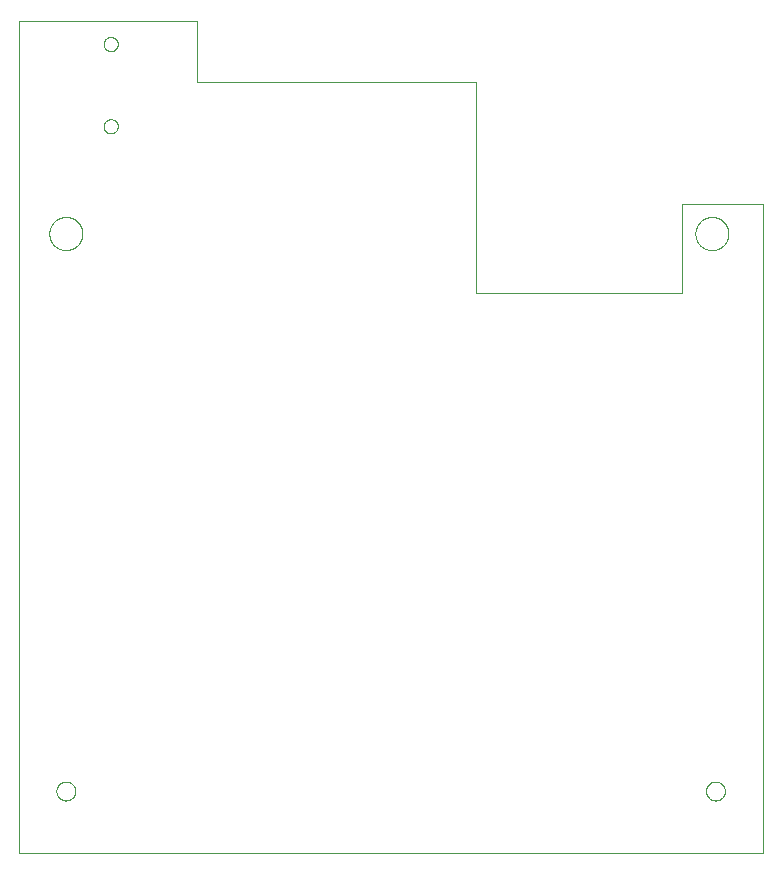
<source format=gko>
G75*
%MOIN*%
%OFA0B0*%
%FSLAX25Y25*%
%IPPOS*%
%LPD*%
%AMOC8*
5,1,8,0,0,1.08239X$1,22.5*
%
%ADD10C,0.00000*%
D10*
X0001000Y0001000D02*
X0001000Y0278402D01*
X0060557Y0278402D01*
X0060557Y0258096D01*
X0153559Y0258096D01*
X0153559Y0187850D01*
X0222270Y0187850D01*
X0222270Y0217250D01*
X0249031Y0217250D01*
X0249031Y0001000D01*
X0001000Y0001000D01*
X0013598Y0021709D02*
X0013600Y0021821D01*
X0013606Y0021932D01*
X0013616Y0022044D01*
X0013630Y0022155D01*
X0013647Y0022265D01*
X0013669Y0022375D01*
X0013695Y0022484D01*
X0013724Y0022592D01*
X0013757Y0022698D01*
X0013794Y0022804D01*
X0013835Y0022908D01*
X0013880Y0023011D01*
X0013928Y0023112D01*
X0013979Y0023211D01*
X0014034Y0023308D01*
X0014093Y0023403D01*
X0014154Y0023497D01*
X0014219Y0023588D01*
X0014288Y0023676D01*
X0014359Y0023762D01*
X0014433Y0023846D01*
X0014511Y0023926D01*
X0014591Y0024004D01*
X0014674Y0024080D01*
X0014759Y0024152D01*
X0014847Y0024221D01*
X0014937Y0024287D01*
X0015030Y0024349D01*
X0015125Y0024409D01*
X0015222Y0024465D01*
X0015320Y0024517D01*
X0015421Y0024566D01*
X0015523Y0024611D01*
X0015627Y0024653D01*
X0015732Y0024691D01*
X0015839Y0024725D01*
X0015946Y0024755D01*
X0016055Y0024782D01*
X0016164Y0024804D01*
X0016275Y0024823D01*
X0016385Y0024838D01*
X0016497Y0024849D01*
X0016608Y0024856D01*
X0016720Y0024859D01*
X0016832Y0024858D01*
X0016944Y0024853D01*
X0017055Y0024844D01*
X0017166Y0024831D01*
X0017277Y0024814D01*
X0017387Y0024794D01*
X0017496Y0024769D01*
X0017604Y0024741D01*
X0017711Y0024708D01*
X0017817Y0024672D01*
X0017921Y0024632D01*
X0018024Y0024589D01*
X0018126Y0024542D01*
X0018225Y0024491D01*
X0018323Y0024437D01*
X0018419Y0024379D01*
X0018513Y0024318D01*
X0018604Y0024254D01*
X0018693Y0024187D01*
X0018780Y0024116D01*
X0018864Y0024042D01*
X0018946Y0023966D01*
X0019024Y0023886D01*
X0019100Y0023804D01*
X0019173Y0023719D01*
X0019243Y0023632D01*
X0019309Y0023542D01*
X0019373Y0023450D01*
X0019433Y0023356D01*
X0019490Y0023260D01*
X0019543Y0023161D01*
X0019593Y0023061D01*
X0019639Y0022960D01*
X0019682Y0022856D01*
X0019721Y0022751D01*
X0019756Y0022645D01*
X0019787Y0022538D01*
X0019815Y0022429D01*
X0019838Y0022320D01*
X0019858Y0022210D01*
X0019874Y0022099D01*
X0019886Y0021988D01*
X0019894Y0021877D01*
X0019898Y0021765D01*
X0019898Y0021653D01*
X0019894Y0021541D01*
X0019886Y0021430D01*
X0019874Y0021319D01*
X0019858Y0021208D01*
X0019838Y0021098D01*
X0019815Y0020989D01*
X0019787Y0020880D01*
X0019756Y0020773D01*
X0019721Y0020667D01*
X0019682Y0020562D01*
X0019639Y0020458D01*
X0019593Y0020357D01*
X0019543Y0020257D01*
X0019490Y0020158D01*
X0019433Y0020062D01*
X0019373Y0019968D01*
X0019309Y0019876D01*
X0019243Y0019786D01*
X0019173Y0019699D01*
X0019100Y0019614D01*
X0019024Y0019532D01*
X0018946Y0019452D01*
X0018864Y0019376D01*
X0018780Y0019302D01*
X0018693Y0019231D01*
X0018604Y0019164D01*
X0018513Y0019100D01*
X0018419Y0019039D01*
X0018323Y0018981D01*
X0018225Y0018927D01*
X0018126Y0018876D01*
X0018024Y0018829D01*
X0017921Y0018786D01*
X0017817Y0018746D01*
X0017711Y0018710D01*
X0017604Y0018677D01*
X0017496Y0018649D01*
X0017387Y0018624D01*
X0017277Y0018604D01*
X0017166Y0018587D01*
X0017055Y0018574D01*
X0016944Y0018565D01*
X0016832Y0018560D01*
X0016720Y0018559D01*
X0016608Y0018562D01*
X0016497Y0018569D01*
X0016385Y0018580D01*
X0016275Y0018595D01*
X0016164Y0018614D01*
X0016055Y0018636D01*
X0015946Y0018663D01*
X0015839Y0018693D01*
X0015732Y0018727D01*
X0015627Y0018765D01*
X0015523Y0018807D01*
X0015421Y0018852D01*
X0015320Y0018901D01*
X0015222Y0018953D01*
X0015125Y0019009D01*
X0015030Y0019069D01*
X0014937Y0019131D01*
X0014847Y0019197D01*
X0014759Y0019266D01*
X0014674Y0019338D01*
X0014591Y0019414D01*
X0014511Y0019492D01*
X0014433Y0019572D01*
X0014359Y0019656D01*
X0014288Y0019742D01*
X0014219Y0019830D01*
X0014154Y0019921D01*
X0014093Y0020015D01*
X0014034Y0020110D01*
X0013979Y0020207D01*
X0013928Y0020306D01*
X0013880Y0020407D01*
X0013835Y0020510D01*
X0013794Y0020614D01*
X0013757Y0020720D01*
X0013724Y0020826D01*
X0013695Y0020934D01*
X0013669Y0021043D01*
X0013647Y0021153D01*
X0013630Y0021263D01*
X0013616Y0021374D01*
X0013606Y0021486D01*
X0013600Y0021597D01*
X0013598Y0021709D01*
X0011236Y0207535D02*
X0011238Y0207683D01*
X0011244Y0207831D01*
X0011254Y0207979D01*
X0011268Y0208126D01*
X0011286Y0208273D01*
X0011307Y0208419D01*
X0011333Y0208565D01*
X0011363Y0208710D01*
X0011396Y0208854D01*
X0011434Y0208997D01*
X0011475Y0209139D01*
X0011520Y0209280D01*
X0011568Y0209420D01*
X0011621Y0209559D01*
X0011677Y0209696D01*
X0011737Y0209831D01*
X0011800Y0209965D01*
X0011867Y0210097D01*
X0011938Y0210227D01*
X0012012Y0210355D01*
X0012089Y0210481D01*
X0012170Y0210605D01*
X0012254Y0210727D01*
X0012341Y0210846D01*
X0012432Y0210963D01*
X0012526Y0211078D01*
X0012622Y0211190D01*
X0012722Y0211300D01*
X0012824Y0211406D01*
X0012930Y0211510D01*
X0013038Y0211611D01*
X0013149Y0211709D01*
X0013262Y0211805D01*
X0013378Y0211897D01*
X0013496Y0211986D01*
X0013617Y0212071D01*
X0013740Y0212154D01*
X0013865Y0212233D01*
X0013992Y0212309D01*
X0014121Y0212381D01*
X0014252Y0212450D01*
X0014385Y0212515D01*
X0014520Y0212576D01*
X0014656Y0212634D01*
X0014793Y0212689D01*
X0014932Y0212739D01*
X0015073Y0212786D01*
X0015214Y0212829D01*
X0015357Y0212869D01*
X0015501Y0212904D01*
X0015645Y0212936D01*
X0015791Y0212963D01*
X0015937Y0212987D01*
X0016084Y0213007D01*
X0016231Y0213023D01*
X0016378Y0213035D01*
X0016526Y0213043D01*
X0016674Y0213047D01*
X0016822Y0213047D01*
X0016970Y0213043D01*
X0017118Y0213035D01*
X0017265Y0213023D01*
X0017412Y0213007D01*
X0017559Y0212987D01*
X0017705Y0212963D01*
X0017851Y0212936D01*
X0017995Y0212904D01*
X0018139Y0212869D01*
X0018282Y0212829D01*
X0018423Y0212786D01*
X0018564Y0212739D01*
X0018703Y0212689D01*
X0018840Y0212634D01*
X0018976Y0212576D01*
X0019111Y0212515D01*
X0019244Y0212450D01*
X0019375Y0212381D01*
X0019504Y0212309D01*
X0019631Y0212233D01*
X0019756Y0212154D01*
X0019879Y0212071D01*
X0020000Y0211986D01*
X0020118Y0211897D01*
X0020234Y0211805D01*
X0020347Y0211709D01*
X0020458Y0211611D01*
X0020566Y0211510D01*
X0020672Y0211406D01*
X0020774Y0211300D01*
X0020874Y0211190D01*
X0020970Y0211078D01*
X0021064Y0210963D01*
X0021155Y0210846D01*
X0021242Y0210727D01*
X0021326Y0210605D01*
X0021407Y0210481D01*
X0021484Y0210355D01*
X0021558Y0210227D01*
X0021629Y0210097D01*
X0021696Y0209965D01*
X0021759Y0209831D01*
X0021819Y0209696D01*
X0021875Y0209559D01*
X0021928Y0209420D01*
X0021976Y0209280D01*
X0022021Y0209139D01*
X0022062Y0208997D01*
X0022100Y0208854D01*
X0022133Y0208710D01*
X0022163Y0208565D01*
X0022189Y0208419D01*
X0022210Y0208273D01*
X0022228Y0208126D01*
X0022242Y0207979D01*
X0022252Y0207831D01*
X0022258Y0207683D01*
X0022260Y0207535D01*
X0022258Y0207387D01*
X0022252Y0207239D01*
X0022242Y0207091D01*
X0022228Y0206944D01*
X0022210Y0206797D01*
X0022189Y0206651D01*
X0022163Y0206505D01*
X0022133Y0206360D01*
X0022100Y0206216D01*
X0022062Y0206073D01*
X0022021Y0205931D01*
X0021976Y0205790D01*
X0021928Y0205650D01*
X0021875Y0205511D01*
X0021819Y0205374D01*
X0021759Y0205239D01*
X0021696Y0205105D01*
X0021629Y0204973D01*
X0021558Y0204843D01*
X0021484Y0204715D01*
X0021407Y0204589D01*
X0021326Y0204465D01*
X0021242Y0204343D01*
X0021155Y0204224D01*
X0021064Y0204107D01*
X0020970Y0203992D01*
X0020874Y0203880D01*
X0020774Y0203770D01*
X0020672Y0203664D01*
X0020566Y0203560D01*
X0020458Y0203459D01*
X0020347Y0203361D01*
X0020234Y0203265D01*
X0020118Y0203173D01*
X0020000Y0203084D01*
X0019879Y0202999D01*
X0019756Y0202916D01*
X0019631Y0202837D01*
X0019504Y0202761D01*
X0019375Y0202689D01*
X0019244Y0202620D01*
X0019111Y0202555D01*
X0018976Y0202494D01*
X0018840Y0202436D01*
X0018703Y0202381D01*
X0018564Y0202331D01*
X0018423Y0202284D01*
X0018282Y0202241D01*
X0018139Y0202201D01*
X0017995Y0202166D01*
X0017851Y0202134D01*
X0017705Y0202107D01*
X0017559Y0202083D01*
X0017412Y0202063D01*
X0017265Y0202047D01*
X0017118Y0202035D01*
X0016970Y0202027D01*
X0016822Y0202023D01*
X0016674Y0202023D01*
X0016526Y0202027D01*
X0016378Y0202035D01*
X0016231Y0202047D01*
X0016084Y0202063D01*
X0015937Y0202083D01*
X0015791Y0202107D01*
X0015645Y0202134D01*
X0015501Y0202166D01*
X0015357Y0202201D01*
X0015214Y0202241D01*
X0015073Y0202284D01*
X0014932Y0202331D01*
X0014793Y0202381D01*
X0014656Y0202436D01*
X0014520Y0202494D01*
X0014385Y0202555D01*
X0014252Y0202620D01*
X0014121Y0202689D01*
X0013992Y0202761D01*
X0013865Y0202837D01*
X0013740Y0202916D01*
X0013617Y0202999D01*
X0013496Y0203084D01*
X0013378Y0203173D01*
X0013262Y0203265D01*
X0013149Y0203361D01*
X0013038Y0203459D01*
X0012930Y0203560D01*
X0012824Y0203664D01*
X0012722Y0203770D01*
X0012622Y0203880D01*
X0012526Y0203992D01*
X0012432Y0204107D01*
X0012341Y0204224D01*
X0012254Y0204343D01*
X0012170Y0204465D01*
X0012089Y0204589D01*
X0012012Y0204715D01*
X0011938Y0204843D01*
X0011867Y0204973D01*
X0011800Y0205105D01*
X0011737Y0205239D01*
X0011677Y0205374D01*
X0011621Y0205511D01*
X0011568Y0205650D01*
X0011520Y0205790D01*
X0011475Y0205931D01*
X0011434Y0206073D01*
X0011396Y0206216D01*
X0011363Y0206360D01*
X0011333Y0206505D01*
X0011307Y0206651D01*
X0011286Y0206797D01*
X0011268Y0206944D01*
X0011254Y0207091D01*
X0011244Y0207239D01*
X0011238Y0207387D01*
X0011236Y0207535D01*
X0029347Y0243283D02*
X0029349Y0243380D01*
X0029355Y0243477D01*
X0029365Y0243573D01*
X0029379Y0243669D01*
X0029397Y0243765D01*
X0029418Y0243859D01*
X0029444Y0243953D01*
X0029473Y0244045D01*
X0029507Y0244136D01*
X0029543Y0244226D01*
X0029584Y0244314D01*
X0029628Y0244400D01*
X0029676Y0244485D01*
X0029727Y0244567D01*
X0029781Y0244648D01*
X0029839Y0244726D01*
X0029900Y0244801D01*
X0029963Y0244874D01*
X0030030Y0244945D01*
X0030100Y0245012D01*
X0030172Y0245077D01*
X0030247Y0245138D01*
X0030325Y0245197D01*
X0030404Y0245252D01*
X0030486Y0245304D01*
X0030570Y0245352D01*
X0030656Y0245397D01*
X0030744Y0245439D01*
X0030833Y0245477D01*
X0030924Y0245511D01*
X0031016Y0245541D01*
X0031109Y0245568D01*
X0031204Y0245590D01*
X0031299Y0245609D01*
X0031395Y0245624D01*
X0031491Y0245635D01*
X0031588Y0245642D01*
X0031685Y0245645D01*
X0031782Y0245644D01*
X0031879Y0245639D01*
X0031975Y0245630D01*
X0032071Y0245617D01*
X0032167Y0245600D01*
X0032262Y0245579D01*
X0032355Y0245555D01*
X0032448Y0245526D01*
X0032540Y0245494D01*
X0032630Y0245458D01*
X0032718Y0245419D01*
X0032805Y0245375D01*
X0032890Y0245329D01*
X0032973Y0245278D01*
X0033054Y0245225D01*
X0033132Y0245168D01*
X0033209Y0245108D01*
X0033282Y0245045D01*
X0033353Y0244979D01*
X0033421Y0244910D01*
X0033487Y0244838D01*
X0033549Y0244764D01*
X0033608Y0244687D01*
X0033664Y0244608D01*
X0033717Y0244526D01*
X0033767Y0244443D01*
X0033812Y0244357D01*
X0033855Y0244270D01*
X0033894Y0244181D01*
X0033929Y0244091D01*
X0033960Y0243999D01*
X0033987Y0243906D01*
X0034011Y0243812D01*
X0034031Y0243717D01*
X0034047Y0243621D01*
X0034059Y0243525D01*
X0034067Y0243428D01*
X0034071Y0243331D01*
X0034071Y0243235D01*
X0034067Y0243138D01*
X0034059Y0243041D01*
X0034047Y0242945D01*
X0034031Y0242849D01*
X0034011Y0242754D01*
X0033987Y0242660D01*
X0033960Y0242567D01*
X0033929Y0242475D01*
X0033894Y0242385D01*
X0033855Y0242296D01*
X0033812Y0242209D01*
X0033767Y0242123D01*
X0033717Y0242040D01*
X0033664Y0241958D01*
X0033608Y0241879D01*
X0033549Y0241802D01*
X0033487Y0241728D01*
X0033421Y0241656D01*
X0033353Y0241587D01*
X0033282Y0241521D01*
X0033209Y0241458D01*
X0033132Y0241398D01*
X0033054Y0241341D01*
X0032973Y0241288D01*
X0032890Y0241237D01*
X0032805Y0241191D01*
X0032718Y0241147D01*
X0032630Y0241108D01*
X0032540Y0241072D01*
X0032448Y0241040D01*
X0032355Y0241011D01*
X0032262Y0240987D01*
X0032167Y0240966D01*
X0032071Y0240949D01*
X0031975Y0240936D01*
X0031879Y0240927D01*
X0031782Y0240922D01*
X0031685Y0240921D01*
X0031588Y0240924D01*
X0031491Y0240931D01*
X0031395Y0240942D01*
X0031299Y0240957D01*
X0031204Y0240976D01*
X0031109Y0240998D01*
X0031016Y0241025D01*
X0030924Y0241055D01*
X0030833Y0241089D01*
X0030744Y0241127D01*
X0030656Y0241169D01*
X0030570Y0241214D01*
X0030486Y0241262D01*
X0030404Y0241314D01*
X0030325Y0241369D01*
X0030247Y0241428D01*
X0030172Y0241489D01*
X0030100Y0241554D01*
X0030030Y0241621D01*
X0029963Y0241692D01*
X0029900Y0241765D01*
X0029839Y0241840D01*
X0029781Y0241918D01*
X0029727Y0241999D01*
X0029676Y0242081D01*
X0029628Y0242166D01*
X0029584Y0242252D01*
X0029543Y0242340D01*
X0029507Y0242430D01*
X0029473Y0242521D01*
X0029444Y0242613D01*
X0029418Y0242707D01*
X0029397Y0242801D01*
X0029379Y0242897D01*
X0029365Y0242993D01*
X0029355Y0243089D01*
X0029349Y0243186D01*
X0029347Y0243283D01*
X0029347Y0270685D02*
X0029349Y0270782D01*
X0029355Y0270879D01*
X0029365Y0270975D01*
X0029379Y0271071D01*
X0029397Y0271167D01*
X0029418Y0271261D01*
X0029444Y0271355D01*
X0029473Y0271447D01*
X0029507Y0271538D01*
X0029543Y0271628D01*
X0029584Y0271716D01*
X0029628Y0271802D01*
X0029676Y0271887D01*
X0029727Y0271969D01*
X0029781Y0272050D01*
X0029839Y0272128D01*
X0029900Y0272203D01*
X0029963Y0272276D01*
X0030030Y0272347D01*
X0030100Y0272414D01*
X0030172Y0272479D01*
X0030247Y0272540D01*
X0030325Y0272599D01*
X0030404Y0272654D01*
X0030486Y0272706D01*
X0030570Y0272754D01*
X0030656Y0272799D01*
X0030744Y0272841D01*
X0030833Y0272879D01*
X0030924Y0272913D01*
X0031016Y0272943D01*
X0031109Y0272970D01*
X0031204Y0272992D01*
X0031299Y0273011D01*
X0031395Y0273026D01*
X0031491Y0273037D01*
X0031588Y0273044D01*
X0031685Y0273047D01*
X0031782Y0273046D01*
X0031879Y0273041D01*
X0031975Y0273032D01*
X0032071Y0273019D01*
X0032167Y0273002D01*
X0032262Y0272981D01*
X0032355Y0272957D01*
X0032448Y0272928D01*
X0032540Y0272896D01*
X0032630Y0272860D01*
X0032718Y0272821D01*
X0032805Y0272777D01*
X0032890Y0272731D01*
X0032973Y0272680D01*
X0033054Y0272627D01*
X0033132Y0272570D01*
X0033209Y0272510D01*
X0033282Y0272447D01*
X0033353Y0272381D01*
X0033421Y0272312D01*
X0033487Y0272240D01*
X0033549Y0272166D01*
X0033608Y0272089D01*
X0033664Y0272010D01*
X0033717Y0271928D01*
X0033767Y0271845D01*
X0033812Y0271759D01*
X0033855Y0271672D01*
X0033894Y0271583D01*
X0033929Y0271493D01*
X0033960Y0271401D01*
X0033987Y0271308D01*
X0034011Y0271214D01*
X0034031Y0271119D01*
X0034047Y0271023D01*
X0034059Y0270927D01*
X0034067Y0270830D01*
X0034071Y0270733D01*
X0034071Y0270637D01*
X0034067Y0270540D01*
X0034059Y0270443D01*
X0034047Y0270347D01*
X0034031Y0270251D01*
X0034011Y0270156D01*
X0033987Y0270062D01*
X0033960Y0269969D01*
X0033929Y0269877D01*
X0033894Y0269787D01*
X0033855Y0269698D01*
X0033812Y0269611D01*
X0033767Y0269525D01*
X0033717Y0269442D01*
X0033664Y0269360D01*
X0033608Y0269281D01*
X0033549Y0269204D01*
X0033487Y0269130D01*
X0033421Y0269058D01*
X0033353Y0268989D01*
X0033282Y0268923D01*
X0033209Y0268860D01*
X0033132Y0268800D01*
X0033054Y0268743D01*
X0032973Y0268690D01*
X0032890Y0268639D01*
X0032805Y0268593D01*
X0032718Y0268549D01*
X0032630Y0268510D01*
X0032540Y0268474D01*
X0032448Y0268442D01*
X0032355Y0268413D01*
X0032262Y0268389D01*
X0032167Y0268368D01*
X0032071Y0268351D01*
X0031975Y0268338D01*
X0031879Y0268329D01*
X0031782Y0268324D01*
X0031685Y0268323D01*
X0031588Y0268326D01*
X0031491Y0268333D01*
X0031395Y0268344D01*
X0031299Y0268359D01*
X0031204Y0268378D01*
X0031109Y0268400D01*
X0031016Y0268427D01*
X0030924Y0268457D01*
X0030833Y0268491D01*
X0030744Y0268529D01*
X0030656Y0268571D01*
X0030570Y0268616D01*
X0030486Y0268664D01*
X0030404Y0268716D01*
X0030325Y0268771D01*
X0030247Y0268830D01*
X0030172Y0268891D01*
X0030100Y0268956D01*
X0030030Y0269023D01*
X0029963Y0269094D01*
X0029900Y0269167D01*
X0029839Y0269242D01*
X0029781Y0269320D01*
X0029727Y0269401D01*
X0029676Y0269483D01*
X0029628Y0269568D01*
X0029584Y0269654D01*
X0029543Y0269742D01*
X0029507Y0269832D01*
X0029473Y0269923D01*
X0029444Y0270015D01*
X0029418Y0270109D01*
X0029397Y0270203D01*
X0029379Y0270299D01*
X0029365Y0270395D01*
X0029355Y0270491D01*
X0029349Y0270588D01*
X0029347Y0270685D01*
X0226590Y0207535D02*
X0226592Y0207683D01*
X0226598Y0207831D01*
X0226608Y0207979D01*
X0226622Y0208126D01*
X0226640Y0208273D01*
X0226661Y0208419D01*
X0226687Y0208565D01*
X0226717Y0208710D01*
X0226750Y0208854D01*
X0226788Y0208997D01*
X0226829Y0209139D01*
X0226874Y0209280D01*
X0226922Y0209420D01*
X0226975Y0209559D01*
X0227031Y0209696D01*
X0227091Y0209831D01*
X0227154Y0209965D01*
X0227221Y0210097D01*
X0227292Y0210227D01*
X0227366Y0210355D01*
X0227443Y0210481D01*
X0227524Y0210605D01*
X0227608Y0210727D01*
X0227695Y0210846D01*
X0227786Y0210963D01*
X0227880Y0211078D01*
X0227976Y0211190D01*
X0228076Y0211300D01*
X0228178Y0211406D01*
X0228284Y0211510D01*
X0228392Y0211611D01*
X0228503Y0211709D01*
X0228616Y0211805D01*
X0228732Y0211897D01*
X0228850Y0211986D01*
X0228971Y0212071D01*
X0229094Y0212154D01*
X0229219Y0212233D01*
X0229346Y0212309D01*
X0229475Y0212381D01*
X0229606Y0212450D01*
X0229739Y0212515D01*
X0229874Y0212576D01*
X0230010Y0212634D01*
X0230147Y0212689D01*
X0230286Y0212739D01*
X0230427Y0212786D01*
X0230568Y0212829D01*
X0230711Y0212869D01*
X0230855Y0212904D01*
X0230999Y0212936D01*
X0231145Y0212963D01*
X0231291Y0212987D01*
X0231438Y0213007D01*
X0231585Y0213023D01*
X0231732Y0213035D01*
X0231880Y0213043D01*
X0232028Y0213047D01*
X0232176Y0213047D01*
X0232324Y0213043D01*
X0232472Y0213035D01*
X0232619Y0213023D01*
X0232766Y0213007D01*
X0232913Y0212987D01*
X0233059Y0212963D01*
X0233205Y0212936D01*
X0233349Y0212904D01*
X0233493Y0212869D01*
X0233636Y0212829D01*
X0233777Y0212786D01*
X0233918Y0212739D01*
X0234057Y0212689D01*
X0234194Y0212634D01*
X0234330Y0212576D01*
X0234465Y0212515D01*
X0234598Y0212450D01*
X0234729Y0212381D01*
X0234858Y0212309D01*
X0234985Y0212233D01*
X0235110Y0212154D01*
X0235233Y0212071D01*
X0235354Y0211986D01*
X0235472Y0211897D01*
X0235588Y0211805D01*
X0235701Y0211709D01*
X0235812Y0211611D01*
X0235920Y0211510D01*
X0236026Y0211406D01*
X0236128Y0211300D01*
X0236228Y0211190D01*
X0236324Y0211078D01*
X0236418Y0210963D01*
X0236509Y0210846D01*
X0236596Y0210727D01*
X0236680Y0210605D01*
X0236761Y0210481D01*
X0236838Y0210355D01*
X0236912Y0210227D01*
X0236983Y0210097D01*
X0237050Y0209965D01*
X0237113Y0209831D01*
X0237173Y0209696D01*
X0237229Y0209559D01*
X0237282Y0209420D01*
X0237330Y0209280D01*
X0237375Y0209139D01*
X0237416Y0208997D01*
X0237454Y0208854D01*
X0237487Y0208710D01*
X0237517Y0208565D01*
X0237543Y0208419D01*
X0237564Y0208273D01*
X0237582Y0208126D01*
X0237596Y0207979D01*
X0237606Y0207831D01*
X0237612Y0207683D01*
X0237614Y0207535D01*
X0237612Y0207387D01*
X0237606Y0207239D01*
X0237596Y0207091D01*
X0237582Y0206944D01*
X0237564Y0206797D01*
X0237543Y0206651D01*
X0237517Y0206505D01*
X0237487Y0206360D01*
X0237454Y0206216D01*
X0237416Y0206073D01*
X0237375Y0205931D01*
X0237330Y0205790D01*
X0237282Y0205650D01*
X0237229Y0205511D01*
X0237173Y0205374D01*
X0237113Y0205239D01*
X0237050Y0205105D01*
X0236983Y0204973D01*
X0236912Y0204843D01*
X0236838Y0204715D01*
X0236761Y0204589D01*
X0236680Y0204465D01*
X0236596Y0204343D01*
X0236509Y0204224D01*
X0236418Y0204107D01*
X0236324Y0203992D01*
X0236228Y0203880D01*
X0236128Y0203770D01*
X0236026Y0203664D01*
X0235920Y0203560D01*
X0235812Y0203459D01*
X0235701Y0203361D01*
X0235588Y0203265D01*
X0235472Y0203173D01*
X0235354Y0203084D01*
X0235233Y0202999D01*
X0235110Y0202916D01*
X0234985Y0202837D01*
X0234858Y0202761D01*
X0234729Y0202689D01*
X0234598Y0202620D01*
X0234465Y0202555D01*
X0234330Y0202494D01*
X0234194Y0202436D01*
X0234057Y0202381D01*
X0233918Y0202331D01*
X0233777Y0202284D01*
X0233636Y0202241D01*
X0233493Y0202201D01*
X0233349Y0202166D01*
X0233205Y0202134D01*
X0233059Y0202107D01*
X0232913Y0202083D01*
X0232766Y0202063D01*
X0232619Y0202047D01*
X0232472Y0202035D01*
X0232324Y0202027D01*
X0232176Y0202023D01*
X0232028Y0202023D01*
X0231880Y0202027D01*
X0231732Y0202035D01*
X0231585Y0202047D01*
X0231438Y0202063D01*
X0231291Y0202083D01*
X0231145Y0202107D01*
X0230999Y0202134D01*
X0230855Y0202166D01*
X0230711Y0202201D01*
X0230568Y0202241D01*
X0230427Y0202284D01*
X0230286Y0202331D01*
X0230147Y0202381D01*
X0230010Y0202436D01*
X0229874Y0202494D01*
X0229739Y0202555D01*
X0229606Y0202620D01*
X0229475Y0202689D01*
X0229346Y0202761D01*
X0229219Y0202837D01*
X0229094Y0202916D01*
X0228971Y0202999D01*
X0228850Y0203084D01*
X0228732Y0203173D01*
X0228616Y0203265D01*
X0228503Y0203361D01*
X0228392Y0203459D01*
X0228284Y0203560D01*
X0228178Y0203664D01*
X0228076Y0203770D01*
X0227976Y0203880D01*
X0227880Y0203992D01*
X0227786Y0204107D01*
X0227695Y0204224D01*
X0227608Y0204343D01*
X0227524Y0204465D01*
X0227443Y0204589D01*
X0227366Y0204715D01*
X0227292Y0204843D01*
X0227221Y0204973D01*
X0227154Y0205105D01*
X0227091Y0205239D01*
X0227031Y0205374D01*
X0226975Y0205511D01*
X0226922Y0205650D01*
X0226874Y0205790D01*
X0226829Y0205931D01*
X0226788Y0206073D01*
X0226750Y0206216D01*
X0226717Y0206360D01*
X0226687Y0206505D01*
X0226661Y0206651D01*
X0226640Y0206797D01*
X0226622Y0206944D01*
X0226608Y0207091D01*
X0226598Y0207239D01*
X0226592Y0207387D01*
X0226590Y0207535D01*
X0230133Y0021709D02*
X0230135Y0021821D01*
X0230141Y0021932D01*
X0230151Y0022044D01*
X0230165Y0022155D01*
X0230182Y0022265D01*
X0230204Y0022375D01*
X0230230Y0022484D01*
X0230259Y0022592D01*
X0230292Y0022698D01*
X0230329Y0022804D01*
X0230370Y0022908D01*
X0230415Y0023011D01*
X0230463Y0023112D01*
X0230514Y0023211D01*
X0230569Y0023308D01*
X0230628Y0023403D01*
X0230689Y0023497D01*
X0230754Y0023588D01*
X0230823Y0023676D01*
X0230894Y0023762D01*
X0230968Y0023846D01*
X0231046Y0023926D01*
X0231126Y0024004D01*
X0231209Y0024080D01*
X0231294Y0024152D01*
X0231382Y0024221D01*
X0231472Y0024287D01*
X0231565Y0024349D01*
X0231660Y0024409D01*
X0231757Y0024465D01*
X0231855Y0024517D01*
X0231956Y0024566D01*
X0232058Y0024611D01*
X0232162Y0024653D01*
X0232267Y0024691D01*
X0232374Y0024725D01*
X0232481Y0024755D01*
X0232590Y0024782D01*
X0232699Y0024804D01*
X0232810Y0024823D01*
X0232920Y0024838D01*
X0233032Y0024849D01*
X0233143Y0024856D01*
X0233255Y0024859D01*
X0233367Y0024858D01*
X0233479Y0024853D01*
X0233590Y0024844D01*
X0233701Y0024831D01*
X0233812Y0024814D01*
X0233922Y0024794D01*
X0234031Y0024769D01*
X0234139Y0024741D01*
X0234246Y0024708D01*
X0234352Y0024672D01*
X0234456Y0024632D01*
X0234559Y0024589D01*
X0234661Y0024542D01*
X0234760Y0024491D01*
X0234858Y0024437D01*
X0234954Y0024379D01*
X0235048Y0024318D01*
X0235139Y0024254D01*
X0235228Y0024187D01*
X0235315Y0024116D01*
X0235399Y0024042D01*
X0235481Y0023966D01*
X0235559Y0023886D01*
X0235635Y0023804D01*
X0235708Y0023719D01*
X0235778Y0023632D01*
X0235844Y0023542D01*
X0235908Y0023450D01*
X0235968Y0023356D01*
X0236025Y0023260D01*
X0236078Y0023161D01*
X0236128Y0023061D01*
X0236174Y0022960D01*
X0236217Y0022856D01*
X0236256Y0022751D01*
X0236291Y0022645D01*
X0236322Y0022538D01*
X0236350Y0022429D01*
X0236373Y0022320D01*
X0236393Y0022210D01*
X0236409Y0022099D01*
X0236421Y0021988D01*
X0236429Y0021877D01*
X0236433Y0021765D01*
X0236433Y0021653D01*
X0236429Y0021541D01*
X0236421Y0021430D01*
X0236409Y0021319D01*
X0236393Y0021208D01*
X0236373Y0021098D01*
X0236350Y0020989D01*
X0236322Y0020880D01*
X0236291Y0020773D01*
X0236256Y0020667D01*
X0236217Y0020562D01*
X0236174Y0020458D01*
X0236128Y0020357D01*
X0236078Y0020257D01*
X0236025Y0020158D01*
X0235968Y0020062D01*
X0235908Y0019968D01*
X0235844Y0019876D01*
X0235778Y0019786D01*
X0235708Y0019699D01*
X0235635Y0019614D01*
X0235559Y0019532D01*
X0235481Y0019452D01*
X0235399Y0019376D01*
X0235315Y0019302D01*
X0235228Y0019231D01*
X0235139Y0019164D01*
X0235048Y0019100D01*
X0234954Y0019039D01*
X0234858Y0018981D01*
X0234760Y0018927D01*
X0234661Y0018876D01*
X0234559Y0018829D01*
X0234456Y0018786D01*
X0234352Y0018746D01*
X0234246Y0018710D01*
X0234139Y0018677D01*
X0234031Y0018649D01*
X0233922Y0018624D01*
X0233812Y0018604D01*
X0233701Y0018587D01*
X0233590Y0018574D01*
X0233479Y0018565D01*
X0233367Y0018560D01*
X0233255Y0018559D01*
X0233143Y0018562D01*
X0233032Y0018569D01*
X0232920Y0018580D01*
X0232810Y0018595D01*
X0232699Y0018614D01*
X0232590Y0018636D01*
X0232481Y0018663D01*
X0232374Y0018693D01*
X0232267Y0018727D01*
X0232162Y0018765D01*
X0232058Y0018807D01*
X0231956Y0018852D01*
X0231855Y0018901D01*
X0231757Y0018953D01*
X0231660Y0019009D01*
X0231565Y0019069D01*
X0231472Y0019131D01*
X0231382Y0019197D01*
X0231294Y0019266D01*
X0231209Y0019338D01*
X0231126Y0019414D01*
X0231046Y0019492D01*
X0230968Y0019572D01*
X0230894Y0019656D01*
X0230823Y0019742D01*
X0230754Y0019830D01*
X0230689Y0019921D01*
X0230628Y0020015D01*
X0230569Y0020110D01*
X0230514Y0020207D01*
X0230463Y0020306D01*
X0230415Y0020407D01*
X0230370Y0020510D01*
X0230329Y0020614D01*
X0230292Y0020720D01*
X0230259Y0020826D01*
X0230230Y0020934D01*
X0230204Y0021043D01*
X0230182Y0021153D01*
X0230165Y0021263D01*
X0230151Y0021374D01*
X0230141Y0021486D01*
X0230135Y0021597D01*
X0230133Y0021709D01*
M02*

</source>
